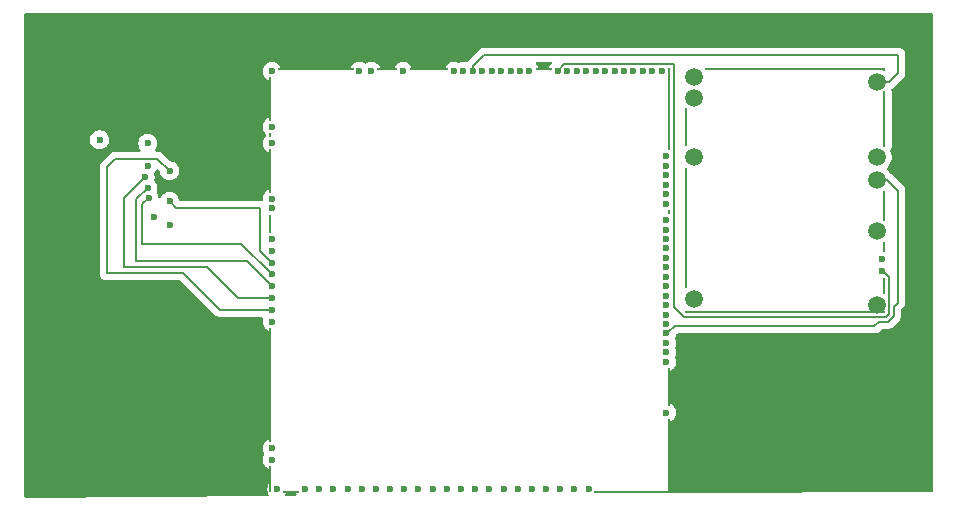
<source format=gbr>
%TF.GenerationSoftware,KiCad,Pcbnew,9.0.6*%
%TF.CreationDate,2025-11-09T20:54:40-05:00*%
%TF.ProjectId,TTEFI,54544546-492e-46b6-9963-61645f706362,rev?*%
%TF.SameCoordinates,Original*%
%TF.FileFunction,Copper,L2,Bot*%
%TF.FilePolarity,Positive*%
%FSLAX46Y46*%
G04 Gerber Fmt 4.6, Leading zero omitted, Abs format (unit mm)*
G04 Created by KiCad (PCBNEW 9.0.6) date 2025-11-09 20:54:40*
%MOMM*%
%LPD*%
G01*
G04 APERTURE LIST*
%TA.AperFunction,ComponentPad*%
%ADD10C,0.600000*%
%TD*%
%TA.AperFunction,SMDPad,CuDef*%
%ADD11R,0.200000X3.700000*%
%TD*%
%TA.AperFunction,SMDPad,CuDef*%
%ADD12R,0.200000X0.400000*%
%TD*%
%TA.AperFunction,SMDPad,CuDef*%
%ADD13R,0.200000X1.600000*%
%TD*%
%TA.AperFunction,SMDPad,CuDef*%
%ADD14R,0.200000X9.700000*%
%TD*%
%TA.AperFunction,SMDPad,CuDef*%
%ADD15R,0.200000X2.300000*%
%TD*%
%TA.AperFunction,SMDPad,CuDef*%
%ADD16R,1.400000X0.200000*%
%TD*%
%TA.AperFunction,SMDPad,CuDef*%
%ADD17R,6.400000X0.200000*%
%TD*%
%TA.AperFunction,SMDPad,CuDef*%
%ADD18R,1.700000X0.200000*%
%TD*%
%TA.AperFunction,SMDPad,CuDef*%
%ADD19R,3.300000X0.200000*%
%TD*%
%TA.AperFunction,SMDPad,CuDef*%
%ADD20R,0.200000X7.000000*%
%TD*%
%TA.AperFunction,SMDPad,CuDef*%
%ADD21R,0.200000X3.300000*%
%TD*%
%TA.AperFunction,SMDPad,CuDef*%
%ADD22R,0.200000X6.300000*%
%TD*%
%TA.AperFunction,ComponentPad*%
%ADD23C,1.500000*%
%TD*%
%TA.AperFunction,SMDPad,CuDef*%
%ADD24O,0.200000X3.300000*%
%TD*%
%TA.AperFunction,SMDPad,CuDef*%
%ADD25O,0.200000X10.200000*%
%TD*%
%TA.AperFunction,SMDPad,CuDef*%
%ADD26O,0.200000X0.300000*%
%TD*%
%TA.AperFunction,SMDPad,CuDef*%
%ADD27O,17.000000X0.200000*%
%TD*%
%TA.AperFunction,SMDPad,CuDef*%
%ADD28O,15.400000X0.200000*%
%TD*%
%TA.AperFunction,SMDPad,CuDef*%
%ADD29O,0.200000X4.800000*%
%TD*%
%TA.AperFunction,SMDPad,CuDef*%
%ADD30O,0.200000X2.600000*%
%TD*%
%TA.AperFunction,SMDPad,CuDef*%
%ADD31O,0.200000X1.000000*%
%TD*%
%TA.AperFunction,SMDPad,CuDef*%
%ADD32O,0.200000X1.500000*%
%TD*%
%TA.AperFunction,ComponentPad*%
%ADD33C,0.599999*%
%TD*%
%TA.AperFunction,ViaPad*%
%ADD34C,0.600000*%
%TD*%
%TA.AperFunction,Conductor*%
%ADD35C,0.200000*%
%TD*%
G04 APERTURE END LIST*
D10*
%TO.P,M2,E1,V5A_SWITCHABLE*%
%TO.N,unconnected-(M2-V5A_SWITCHABLE-PadE1)*%
X142400000Y-118799990D03*
%TO.P,M2,E2,GNDA*%
%TO.N,unconnected-(M2-GNDA-PadE2)*%
X142400010Y-114499990D03*
%TO.P,M2,E3,I2C_SCL_(PB10)*%
%TO.N,unconnected-(M2-I2C_SCL_(PB10)-PadE3)*%
X142400010Y-113700000D03*
%TO.P,M2,E4,I2C_SDA_(PB11)*%
%TO.N,unconnected-(M2-I2C_SDA_(PB11)-PadE4)*%
X142400010Y-112899990D03*
%TO.P,M2,E5,IN_VIGN_(PA5)*%
%TO.N,Net-(M1-VIGN)*%
X142400010Y-112099990D03*
%TO.P,M2,E6,SPI2_CS_/_CAN2_RX_(PB12)*%
%TO.N,unconnected-(M2-SPI2_CS_{slash}_CAN2_RX_(PB12)-PadE6)*%
X142400010Y-111299990D03*
%TO.P,M2,E7,SPI2_SCK_/_CAN2_TX_(PB13)*%
%TO.N,unconnected-(M2-SPI2_SCK_{slash}_CAN2_TX_(PB13)-PadE7)*%
X142400010Y-110499990D03*
%TO.P,M2,E8,SPI2_MISO_(PB14)*%
%TO.N,unconnected-(M2-SPI2_MISO_(PB14)-PadE8)*%
X142400010Y-109699990D03*
%TO.P,M2,E9,SPI2_MOSI_(PB15)*%
%TO.N,unconnected-(M2-SPI2_MOSI_(PB15)-PadE9)*%
X142400010Y-108899990D03*
%TO.P,M2,E10,OUT_INJ8_(PD12)*%
%TO.N,unconnected-(M2-OUT_INJ8_(PD12)-PadE10)*%
X142400010Y-108099990D03*
%TO.P,M2,E11,OUT_INJ7_(PD15)*%
%TO.N,unconnected-(M2-OUT_INJ7_(PD15)-PadE11)*%
X142400010Y-107299990D03*
%TO.P,M2,E12,OUT_INJ6_(PA8)*%
%TO.N,unconnected-(M2-OUT_INJ6_(PA8)-PadE12)*%
X142400010Y-106499990D03*
%TO.P,M2,E13,OUT_INJ5_(PD2)*%
%TO.N,unconnected-(M2-OUT_INJ5_(PD2)-PadE13)*%
X142400010Y-105699990D03*
%TO.P,M2,E14,OUT_INJ4_(PD10)*%
%TO.N,unconnected-(M2-OUT_INJ4_(PD10)-PadE14)*%
X142400010Y-104899990D03*
%TO.P,M2,E15,OUT_INJ3_(PD11)*%
%TO.N,unconnected-(M2-OUT_INJ3_(PD11)-PadE15)*%
X142400010Y-104099990D03*
%TO.P,M2,E16,OUT_INJ2_(PA9)*%
%TO.N,unconnected-(M2-OUT_INJ2_(PA9)-PadE16)*%
X142400000Y-103300000D03*
%TO.P,M2,E17,OUT_INJ1_(PD3)*%
%TO.N,unconnected-(M2-OUT_INJ1_(PD3)-PadE17)*%
X142400010Y-102499990D03*
%TO.P,M2,E18,OUT_PWM1_(PD13)*%
%TO.N,unconnected-(M2-OUT_PWM1_(PD13)-PadE18)*%
X142400010Y-101099990D03*
%TO.P,M2,E19,OUT_PWM2_(PC6)*%
%TO.N,unconnected-(M2-OUT_PWM2_(PC6)-PadE19)*%
X142400010Y-100300000D03*
%TO.P,M2,E20,OUT_PWM3_(PC7)*%
%TO.N,unconnected-(M2-OUT_PWM3_(PC7)-PadE20)*%
X142400010Y-99500000D03*
%TO.P,M2,E21,OUT_PWM4_(PC8)*%
%TO.N,unconnected-(M2-OUT_PWM4_(PC8)-PadE21)*%
X142400010Y-98700000D03*
%TO.P,M2,E22,OUT_PWM5_(PC9)*%
%TO.N,unconnected-(M2-OUT_PWM5_(PC9)-PadE22)*%
X142400010Y-97900000D03*
%TO.P,M2,E23,OUT_PWM6_(PD14)*%
%TO.N,unconnected-(M2-OUT_PWM6_(PD14)-PadE23)*%
X142400010Y-97099990D03*
D11*
%TO.P,M2,G,GND*%
%TO.N,GND*%
X108800000Y-92250000D03*
D12*
X108800000Y-95299990D03*
D11*
X108800000Y-98350000D03*
D13*
X108800000Y-102799990D03*
D14*
X108800000Y-116449990D03*
D15*
X108800000Y-124449990D03*
D16*
X110600010Y-125500000D03*
D17*
X112700000Y-89700000D03*
D18*
X118750000Y-89700000D03*
D19*
X122250000Y-89700000D03*
D16*
X132000000Y-89700000D03*
D17*
X139500000Y-125500000D03*
D20*
X142600010Y-93099980D03*
D12*
X142600010Y-101800000D03*
D21*
X142600010Y-116650000D03*
D22*
X142600010Y-122450000D03*
D10*
%TO.P,M2,N1,VBUS*%
%TO.N,unconnected-(M2-VBUS-PadN1)*%
X142000010Y-89899990D03*
%TO.P,M2,N2,USBM_(PA11)*%
%TO.N,unconnected-(M2-USBM_(PA11)-PadN2)*%
X141200010Y-89899990D03*
%TO.P,M2,N3,USBP_(PA12)*%
%TO.N,unconnected-(M2-USBP_(PA12)-PadN3)*%
X140400010Y-89899990D03*
%TO.P,M2,N4,USBID_(PA10)*%
%TO.N,unconnected-(M2-USBID_(PA10)-PadN4)*%
X139600000Y-89899990D03*
%TO.P,M2,N5,SWDIO_(PA13)*%
%TO.N,unconnected-(M2-SWDIO_(PA13)-PadN5)*%
X138800010Y-89899990D03*
%TO.P,M2,N6,SWCLK_(PA14)*%
%TO.N,unconnected-(M2-SWCLK_(PA14)-PadN6)*%
X138000010Y-89899990D03*
%TO.P,M2,N7,nReset*%
%TO.N,unconnected-(M2-nReset-PadN7)*%
X137200010Y-89899990D03*
%TO.P,M2,N8,SWO_(PB3)*%
%TO.N,unconnected-(M2-SWO_(PB3)-PadN8)*%
X136400000Y-89899990D03*
%TO.P,M2,N9,SPI3_CS_(PA15)*%
%TO.N,unconnected-(M2-SPI3_CS_(PA15)-PadN9)*%
X135600010Y-89900000D03*
%TO.P,M2,N10,SPI3_SCK_(PC10)*%
%TO.N,unconnected-(M2-SPI3_SCK_(PC10)-PadN10)*%
X134800010Y-89900000D03*
%TO.P,M2,N11,SPI3_MISO_(PC11)*%
%TO.N,unconnected-(M2-SPI3_MISO_(PC11)-PadN11)*%
X134000010Y-89900000D03*
%TO.P,M2,N12,SPI3_MOSI_(PC12)*%
%TO.N,Net-(M1-PG_5VP)*%
X133200010Y-89900000D03*
%TO.P,M2,N13,UART2_TX_(PD5)*%
%TO.N,unconnected-(M2-UART2_TX_(PD5)-PadN13)*%
X130800000Y-89900000D03*
%TO.P,M2,N14,UART2_RX_(PD6)*%
%TO.N,unconnected-(M2-UART2_RX_(PD6)-PadN14)*%
X130000000Y-89900000D03*
%TO.P,M2,N14a,LED_GREEN*%
%TO.N,unconnected-(M2-LED_GREEN-PadN14a)*%
X129200010Y-89899990D03*
%TO.P,M2,N14b,LED_YELLOW*%
%TO.N,unconnected-(M2-LED_YELLOW-PadN14b)*%
X128400000Y-89899990D03*
%TO.P,M2,N15,V33_SWITCHABLE*%
%TO.N,unconnected-(M2-V33_SWITCHABLE-PadN15)*%
X127600000Y-89899990D03*
%TO.P,M2,N16,BOOT0*%
%TO.N,unconnected-(M2-BOOT0-PadN16)*%
X126800000Y-89899990D03*
%TO.P,M2,N17,VBAT*%
%TO.N,Net-(M1-VBAT)*%
X126000000Y-89899990D03*
%TO.P,M2,N18,UART8_RX_(PE0)*%
%TO.N,unconnected-(M2-UART8_RX_(PE0)-PadN18)*%
X125200000Y-89900000D03*
%TO.P,M2,N19,UART8_TX_(PE1)*%
%TO.N,unconnected-(M2-UART8_TX_(PE1)-PadN19)*%
X124400000Y-89900000D03*
%TO.P,M2,N20,OUT_PWR_EN_(PE10)*%
%TO.N,Net-(M1-EN_5VP)*%
X120100000Y-89900000D03*
%TO.P,M2,N21,V33*%
%TO.N,Net-(M3-V33)*%
X117400000Y-89900000D03*
%TO.P,M2,N22,VCC*%
%TO.N,+5V*%
X116400010Y-89900000D03*
%TO.P,M2,N23,V33*%
%TO.N,unconnected-(M2-V33-PadN23)*%
X109000000Y-89900000D03*
%TO.P,M2,S1,IN_D4_(PE15)*%
%TO.N,unconnected-(M2-IN_D4_(PE15)-PadS1)*%
X135800020Y-125300000D03*
%TO.P,M2,S2,IN_D3_(PE14)*%
%TO.N,unconnected-(M2-IN_D3_(PE14)-PadS2)*%
X134600010Y-125300000D03*
%TO.P,M2,S3,IN_D2_(PE13)*%
%TO.N,unconnected-(M2-IN_D2_(PE13)-PadS3)*%
X133400010Y-125300000D03*
%TO.P,M2,S4,IN_D1_(PE12)*%
%TO.N,unconnected-(M2-IN_D1_(PE12)-PadS4)*%
X132200010Y-125300000D03*
%TO.P,M2,S5,VREF2*%
%TO.N,unconnected-(M2-VREF2-PadS5)*%
X131000010Y-125300000D03*
%TO.P,M2,S6,IN_AUX4_(PC5)*%
%TO.N,unconnected-(M2-IN_AUX4_(PC5)-PadS6)*%
X129800010Y-125300000D03*
%TO.P,M2,S7,IN_AUX3_(PA7)*%
%TO.N,unconnected-(M2-IN_AUX3_(PA7)-PadS7)*%
X128600010Y-125300000D03*
%TO.P,M2,S8,IN_AUX2_(PC4/PE9)*%
%TO.N,unconnected-(M2-IN_AUX2_(PC4{slash}PE9)-PadS8)*%
X127400010Y-125300000D03*
%TO.P,M2,S9,IN_AUX1_(PB0)*%
%TO.N,unconnected-(M2-IN_AUX1_(PB0)-PadS9)*%
X126200010Y-125300000D03*
%TO.P,M2,S10,IN_O2S2_(PA1)*%
%TO.N,unconnected-(M2-IN_O2S2_(PA1)-PadS10)*%
X125000010Y-125300000D03*
%TO.P,M2,S11,IN_O2S_/_CAN_WAKEUP_(PA0)*%
%TO.N,unconnected-(M2-IN_O2S_{slash}_CAN_WAKEUP_(PA0)-PadS11)*%
X123800010Y-125300000D03*
%TO.P,M2,S12,IN_MAP2_(PC1)*%
%TO.N,unconnected-(M2-IN_MAP2_(PC1)-PadS12)*%
X122600010Y-125300000D03*
%TO.P,M2,S13,IN_MAP1_(PC0)*%
%TO.N,unconnected-(M2-IN_MAP1_(PC0)-PadS13)*%
X121400010Y-125300000D03*
%TO.P,M2,S14,IN_CRANK_(PB1)*%
%TO.N,unconnected-(M2-IN_CRANK_(PB1)-PadS14)*%
X120200010Y-125300000D03*
%TO.P,M2,S15,IN_KNOCK_(PA2)*%
%TO.N,unconnected-(M2-IN_KNOCK_(PA2)-PadS15)*%
X119000010Y-125300000D03*
%TO.P,M2,S16,IN_CAM_(PA6)*%
%TO.N,unconnected-(M2-IN_CAM_(PA6)-PadS16)*%
X117800010Y-125300000D03*
%TO.P,M2,S17,IN_VSS_(PE11)*%
%TO.N,unconnected-(M2-IN_VSS_(PE11)-PadS17)*%
X116600010Y-125300000D03*
%TO.P,M2,S18,IN_TPS_(PA4)*%
%TO.N,unconnected-(M2-IN_TPS_(PA4)-PadS18)*%
X115400000Y-125300000D03*
%TO.P,M2,S19,IN_PPS_(PA3)*%
%TO.N,unconnected-(M2-IN_PPS_(PA3)-PadS19)*%
X114200000Y-125300000D03*
%TO.P,M2,S20,IN_IAT_(PC3)*%
%TO.N,unconnected-(M2-IN_IAT_(PC3)-PadS20)*%
X113000000Y-125300000D03*
%TO.P,M2,S21,IN_CLT_(PC2)*%
%TO.N,unconnected-(M2-IN_CLT_(PC2)-PadS21)*%
X111800000Y-125300000D03*
%TO.P,M2,S22,VREF1*%
%TO.N,unconnected-(M2-VREF1-PadS22)*%
X109400000Y-125300000D03*
%TO.P,M2,W1,GNDA*%
%TO.N,GNDA*%
X109000000Y-122799990D03*
%TO.P,M2,W2,V5A_SWITCHABLE*%
%TO.N,unconnected-(M2-V5A_SWITCHABLE-PadW2)*%
X109000000Y-121799990D03*
%TO.P,M2,W3,IGN8_(PE6)*%
%TO.N,Net-(M2-IGN8_(PE6))*%
X109000000Y-111100000D03*
%TO.P,M2,W4,IGN7_(PB9)*%
%TO.N,Net-(M2-IGN7_(PB9))*%
X109000000Y-110099990D03*
%TO.P,M2,W5,IGN6_(PB8)*%
%TO.N,Net-(M2-IGN6_(PB8))*%
X109000000Y-109100000D03*
%TO.P,M2,W6,IGN5_(PE2)*%
%TO.N,Net-(M2-IGN5_(PE2))*%
X109000000Y-108100000D03*
%TO.P,M2,W7,IGN4_(PE3)*%
%TO.N,Net-(M2-IGN4_(PE3))*%
X109000000Y-107100000D03*
%TO.P,M2,W8,IGN3_(PE4)*%
%TO.N,Net-(M2-IGN3_(PE4))*%
X109000000Y-106100000D03*
%TO.P,M2,W9,IGN2_(PE5)*%
%TO.N,Net-(M2-IGN2_(PE5))*%
X109000000Y-105100000D03*
%TO.P,M2,W10,IGN1_(PC13)*%
%TO.N,Net-(M2-IGN1_(PC13))*%
X109000000Y-104100000D03*
%TO.P,M2,W11,CANH*%
%TO.N,unconnected-(M2-CANH-PadW11)*%
X109000000Y-101500000D03*
%TO.P,M2,W12,CANL*%
%TO.N,unconnected-(M2-CANL-PadW12)*%
X109000000Y-100700000D03*
%TO.P,M2,W13,V33_REF*%
%TO.N,unconnected-(M2-V33_REF-PadW13)*%
X109000000Y-95999990D03*
%TO.P,M2,W14,V5A_SWITCHABLE*%
%TO.N,unconnected-(M2-V5A_SWITCHABLE-PadW14)*%
X109000000Y-94600000D03*
%TD*%
D23*
%TO.P,M1,E1,VBAT*%
%TO.N,Net-(M1-VBAT)*%
X160199996Y-90799982D03*
%TO.P,M1,E2,V12*%
%TO.N,unconnected-(M1-V12-PadE2)*%
X160199996Y-97199979D03*
%TO.P,M1,E3,VIGN*%
%TO.N,Net-(M1-VIGN)*%
X160199996Y-99099982D03*
%TO.P,M1,E4,V5*%
%TO.N,+5V*%
X160199996Y-103399982D03*
D10*
%TO.P,M1,E5,EN_5VP*%
%TO.N,Net-(M1-EN_5VP)*%
X160649995Y-105799979D03*
%TO.P,M1,E6,PG_5VP*%
%TO.N,Net-(M1-PG_5VP)*%
X160649995Y-106799980D03*
D24*
%TO.P,M1,S1,GND*%
%TO.N,unconnected-(M1-GND-PadS1)*%
X144050000Y-94649982D03*
D25*
X144050000Y-103149980D03*
D26*
X144050000Y-110249982D03*
D27*
X152449998Y-110299982D03*
D28*
X153249999Y-89699982D03*
D23*
X160199996Y-109649982D03*
D26*
X160849997Y-89749982D03*
D29*
X160849997Y-93949980D03*
D30*
X160849997Y-101299982D03*
D31*
X160849997Y-104799979D03*
D32*
X160849997Y-108099980D03*
D23*
%TO.P,M1,V1,V12_PERM*%
%TO.N,+12V*%
X144699999Y-90349980D03*
%TO.P,M1,V2,IN_VIGN*%
%TO.N,unconnected-(M1-IN_VIGN-PadV2)*%
X144699999Y-92199979D03*
%TO.P,M1,V3,V12_RAW*%
%TO.N,+12V*%
X144699999Y-97149982D03*
%TO.P,M1,V4,5VP*%
%TO.N,+5VP*%
X144699999Y-109199980D03*
%TD*%
D33*
%TO.P,M3,V1,IGN8*%
%TO.N,Net-(M2-IGN8_(PE6))*%
X98490052Y-97900393D03*
%TO.P,M3,V2,IGN7*%
%TO.N,Net-(M2-IGN7_(PB9))*%
X100325062Y-98325401D03*
%TO.P,M3,V3,IGN6*%
%TO.N,Net-(M2-IGN6_(PB8))*%
X98275054Y-98875398D03*
%TO.P,M3,V4,IGN5*%
%TO.N,Net-(M2-IGN5_(PE2))*%
X98490049Y-99750357D03*
%TO.P,M3,V5,IGN4*%
%TO.N,Net-(M2-IGN4_(PE3))*%
X98565056Y-100600380D03*
%TO.P,M3,V6,IGN3*%
%TO.N,Net-(M2-IGN3_(PE4))*%
X100325062Y-100925396D03*
%TO.P,M3,V7,IGN2*%
%TO.N,Net-(M2-IGN2_(PE5))*%
X99015062Y-102225363D03*
%TO.P,M3,V8,IGN1*%
%TO.N,Net-(M2-IGN1_(PC13))*%
X100325062Y-102875380D03*
%TO.P,M3,V9,VCC*%
%TO.N,+5V*%
X94400047Y-95700377D03*
%TO.P,M3,V10,V33*%
%TO.N,Net-(M3-V33)*%
X98475053Y-96000379D03*
%TD*%
D34*
%TO.N,GND*%
X113500000Y-89000000D03*
X106500000Y-95500000D03*
X107500000Y-98500000D03*
X108000000Y-93500000D03*
X105000000Y-92500000D03*
X107000000Y-90500000D03*
X108000000Y-88000000D03*
X118500000Y-88500000D03*
X89500000Y-86500000D03*
X98000000Y-86500000D03*
X101500000Y-86500000D03*
X105000000Y-86500000D03*
%TD*%
D35*
%TO.N,Net-(M1-VIGN)*%
X142599010Y-111900990D02*
X142400010Y-112099990D01*
X142648953Y-111900990D02*
X142599010Y-111900990D01*
X143001010Y-111548933D02*
X142648953Y-111900990D01*
X143001010Y-111500000D02*
X143001010Y-111548933D01*
X160000000Y-111500000D02*
X143001010Y-111500000D01*
X161182198Y-111101982D02*
X160398018Y-111101982D01*
X160398018Y-111101982D02*
X160000000Y-111500000D01*
X162000000Y-100000000D02*
X162000000Y-109500000D01*
X161651998Y-109848002D02*
X161651998Y-110632182D01*
X161651998Y-110632182D02*
X161182198Y-111101982D01*
X161099982Y-99099982D02*
X162000000Y-100000000D01*
X160199996Y-99099982D02*
X161099982Y-99099982D01*
X162000000Y-109500000D02*
X161651998Y-109848002D01*
%TO.N,Net-(M2-IGN7_(PB9))*%
X101500000Y-107000000D02*
X104599990Y-110099990D01*
X95000000Y-107000000D02*
X101500000Y-107000000D01*
X95700606Y-97299394D02*
X95000000Y-98000000D01*
X100325062Y-98325062D02*
X99299394Y-97299394D01*
X99299394Y-97299394D02*
X95700606Y-97299394D01*
X104599990Y-110099990D02*
X109000000Y-110099990D01*
X100325062Y-98325401D02*
X100325062Y-98325062D01*
X95000000Y-98000000D02*
X95000000Y-107000000D01*
%TO.N,Net-(M2-IGN6_(PB8))*%
X106100000Y-109100000D02*
X109000000Y-109100000D01*
X103500000Y-106500000D02*
X106100000Y-109100000D01*
X96500000Y-106500000D02*
X103500000Y-106500000D01*
X96500000Y-100650452D02*
X96500000Y-106500000D01*
X98275054Y-98875398D02*
X96500000Y-100650452D01*
%TO.N,Net-(M2-IGN5_(PE2))*%
X106900000Y-106000000D02*
X109000000Y-108100000D01*
X97500000Y-106000000D02*
X106900000Y-106000000D01*
X97500000Y-100740406D02*
X97500000Y-106000000D01*
X98490049Y-99750357D02*
X97500000Y-100740406D01*
%TO.N,Net-(M2-IGN4_(PE3))*%
X106400000Y-104500000D02*
X109000000Y-107100000D01*
X98000000Y-104500000D02*
X106400000Y-104500000D01*
X98000000Y-101165436D02*
X98000000Y-104500000D01*
X98565056Y-100600380D02*
X98000000Y-101165436D01*
%TO.N,Net-(M2-IGN3_(PE4))*%
X108000000Y-105100000D02*
X109000000Y-106100000D01*
X100899666Y-101500000D02*
X108000000Y-101500000D01*
X100325062Y-100925396D02*
X100899666Y-101500000D01*
X108000000Y-101500000D02*
X108000000Y-105100000D01*
%TO.N,Net-(M1-VBAT)*%
X161260656Y-90799982D02*
X160199996Y-90799982D01*
X126975726Y-88500000D02*
X162000000Y-88500000D01*
X126000000Y-89475726D02*
X126975726Y-88500000D01*
X162000000Y-88500000D02*
X162000000Y-90060638D01*
X126000000Y-89899990D02*
X126000000Y-89475726D01*
X162000000Y-90060638D02*
X161260656Y-90799982D01*
%TO.N,Net-(M1-PG_5VP)*%
X133200010Y-89850057D02*
X133200010Y-89900000D01*
X133751087Y-89298980D02*
X133200010Y-89850057D01*
X143001010Y-89298980D02*
X133751087Y-89298980D01*
X143001010Y-109818094D02*
X143001010Y-89298980D01*
X143883898Y-110700982D02*
X143001010Y-109818094D01*
X161016098Y-110700982D02*
X143883898Y-110700982D01*
X161250998Y-110466082D02*
X161016098Y-110700982D01*
X161250998Y-107283881D02*
X161250998Y-110466082D01*
X160767097Y-106799980D02*
X161250998Y-107283881D01*
X160649995Y-106799980D02*
X160767097Y-106799980D01*
%TD*%
%TA.AperFunction,Conductor*%
%TO.N,GND*%
G36*
X164942539Y-85020185D02*
G01*
X164988294Y-85072989D01*
X164999500Y-85124500D01*
X164999500Y-125376795D01*
X164979815Y-125443834D01*
X164927011Y-125489589D01*
X164876305Y-125500792D01*
X142724805Y-125644636D01*
X142657639Y-125625388D01*
X142611543Y-125572882D01*
X142600000Y-125520639D01*
X142600000Y-119666456D01*
X142619685Y-119599417D01*
X142672489Y-119553662D01*
X142676548Y-119551895D01*
X142779172Y-119509387D01*
X142779172Y-119509386D01*
X142779179Y-119509384D01*
X142910289Y-119421779D01*
X143021789Y-119310279D01*
X143109394Y-119179169D01*
X143169737Y-119033487D01*
X143200500Y-118878832D01*
X143200500Y-118721148D01*
X143200500Y-118721145D01*
X143200499Y-118721143D01*
X143169738Y-118566500D01*
X143169737Y-118566493D01*
X143169735Y-118566488D01*
X143109397Y-118420817D01*
X143109390Y-118420804D01*
X143021789Y-118289701D01*
X143021786Y-118289697D01*
X142910292Y-118178203D01*
X142910288Y-118178200D01*
X142779185Y-118090599D01*
X142779175Y-118090594D01*
X142676547Y-118048084D01*
X142622144Y-118004243D01*
X142600079Y-117937949D01*
X142600000Y-117933523D01*
X142600000Y-115366460D01*
X142619685Y-115299421D01*
X142672489Y-115253666D01*
X142676548Y-115251899D01*
X142779182Y-115209387D01*
X142779182Y-115209386D01*
X142779189Y-115209384D01*
X142910299Y-115121779D01*
X143021799Y-115010279D01*
X143109404Y-114879169D01*
X143169747Y-114733487D01*
X143200510Y-114578832D01*
X143200510Y-114421148D01*
X143200510Y-114421145D01*
X143200509Y-114421143D01*
X143169748Y-114266500D01*
X143169747Y-114266493D01*
X143120436Y-114147446D01*
X143112968Y-114077978D01*
X143120437Y-114052542D01*
X143169747Y-113933497D01*
X143200510Y-113778842D01*
X143200510Y-113621158D01*
X143200510Y-113621155D01*
X143200509Y-113621153D01*
X143169748Y-113466510D01*
X143169747Y-113466503D01*
X143120433Y-113347447D01*
X143112964Y-113277978D01*
X143120433Y-113252543D01*
X143169745Y-113133491D01*
X143169747Y-113133487D01*
X143200510Y-112978832D01*
X143200510Y-112821148D01*
X143200510Y-112821145D01*
X143200509Y-112821143D01*
X143169748Y-112666500D01*
X143169747Y-112666493D01*
X143169745Y-112666488D01*
X143120435Y-112547441D01*
X143117695Y-112521958D01*
X143111027Y-112497208D01*
X143113679Y-112484611D01*
X143112966Y-112477972D01*
X143116832Y-112462395D01*
X143118421Y-112457397D01*
X143169747Y-112333487D01*
X143189600Y-112233674D01*
X143191698Y-112227082D01*
X143207518Y-112203636D01*
X143220628Y-112178575D01*
X143222095Y-112177081D01*
X143262361Y-112136816D01*
X143323685Y-112103333D01*
X143350040Y-112100500D01*
X159913331Y-112100500D01*
X159913347Y-112100501D01*
X159920943Y-112100501D01*
X160079054Y-112100501D01*
X160079057Y-112100501D01*
X160231785Y-112059577D01*
X160283961Y-112029453D01*
X160368716Y-111980520D01*
X160480520Y-111868716D01*
X160480520Y-111868714D01*
X160490721Y-111858514D01*
X160490725Y-111858508D01*
X160610435Y-111738800D01*
X160671759Y-111705316D01*
X160698116Y-111702482D01*
X161095529Y-111702482D01*
X161095545Y-111702483D01*
X161103141Y-111702483D01*
X161261252Y-111702483D01*
X161261255Y-111702483D01*
X161413983Y-111661559D01*
X161472126Y-111627990D01*
X161550914Y-111582502D01*
X161662718Y-111470698D01*
X161662719Y-111470696D01*
X162132518Y-111000898D01*
X162211575Y-110863966D01*
X162252499Y-110711239D01*
X162252499Y-110553124D01*
X162252499Y-110545529D01*
X162252498Y-110545511D01*
X162252498Y-110148099D01*
X162261141Y-110118662D01*
X162267665Y-110088673D01*
X162271420Y-110083655D01*
X162272183Y-110081060D01*
X162288813Y-110060421D01*
X162358505Y-109990728D01*
X162358510Y-109990725D01*
X162368714Y-109980520D01*
X162368716Y-109980520D01*
X162480520Y-109868716D01*
X162540943Y-109764059D01*
X162559577Y-109731785D01*
X162600500Y-109579057D01*
X162600500Y-109420943D01*
X162600500Y-100089060D01*
X162600501Y-100089047D01*
X162600501Y-99920944D01*
X162577079Y-99833533D01*
X162559577Y-99768216D01*
X162559573Y-99768209D01*
X162480524Y-99631290D01*
X162480518Y-99631282D01*
X161587572Y-98738337D01*
X161587570Y-98738334D01*
X161468699Y-98619463D01*
X161468691Y-98619457D01*
X161378305Y-98567273D01*
X161378301Y-98567271D01*
X161378300Y-98567271D01*
X161344560Y-98547791D01*
X161296346Y-98497224D01*
X161296077Y-98496699D01*
X161295833Y-98496220D01*
X161269520Y-98444577D01*
X161269518Y-98444574D01*
X161269517Y-98444572D01*
X161235931Y-98398346D01*
X161153824Y-98285336D01*
X161106149Y-98237661D01*
X161072664Y-98176338D01*
X161077648Y-98106646D01*
X161106147Y-98062301D01*
X161153824Y-98014625D01*
X161269520Y-97855384D01*
X161358880Y-97680004D01*
X161419705Y-97492805D01*
X161420005Y-97490912D01*
X161450496Y-97298401D01*
X161450496Y-97101556D01*
X161419705Y-96907152D01*
X161374736Y-96768753D01*
X161358880Y-96719954D01*
X161348741Y-96700055D01*
X161335845Y-96631391D01*
X161351837Y-96581767D01*
X161409574Y-96481764D01*
X161450497Y-96329037D01*
X161450497Y-91570923D01*
X161431695Y-91500752D01*
X161432357Y-91472912D01*
X161429711Y-91445195D01*
X161433177Y-91438469D01*
X161433358Y-91430904D01*
X161448966Y-91407842D01*
X161461726Y-91383092D01*
X161470262Y-91376378D01*
X161472521Y-91373042D01*
X161489469Y-91361274D01*
X161492438Y-91359559D01*
X161492441Y-91359559D01*
X161572482Y-91313347D01*
X161572484Y-91313345D01*
X161572487Y-91313345D01*
X161629365Y-91280506D01*
X161629364Y-91280506D01*
X161629372Y-91280502D01*
X161741176Y-91168698D01*
X161741176Y-91168696D01*
X161751380Y-91158493D01*
X161751384Y-91158488D01*
X162358506Y-90551366D01*
X162358511Y-90551362D01*
X162368714Y-90541158D01*
X162368716Y-90541158D01*
X162480520Y-90429354D01*
X162554924Y-90300482D01*
X162559577Y-90292423D01*
X162600500Y-90139696D01*
X162600500Y-89981581D01*
X162600500Y-88420943D01*
X162559577Y-88268216D01*
X162559573Y-88268209D01*
X162480524Y-88131290D01*
X162480518Y-88131282D01*
X162368717Y-88019481D01*
X162368709Y-88019475D01*
X162231790Y-87940426D01*
X162231786Y-87940424D01*
X162231784Y-87940423D01*
X162079057Y-87899500D01*
X162079056Y-87899500D01*
X127062395Y-87899500D01*
X127062379Y-87899499D01*
X127054783Y-87899499D01*
X126896669Y-87899499D01*
X126789313Y-87928265D01*
X126743936Y-87940424D01*
X126743935Y-87940425D01*
X126693822Y-87969359D01*
X126693821Y-87969360D01*
X126650415Y-87994420D01*
X126607011Y-88019479D01*
X126607008Y-88019481D01*
X125631286Y-88995203D01*
X125631286Y-88995204D01*
X125631284Y-88995206D01*
X125532686Y-89093804D01*
X125471362Y-89127288D01*
X125420814Y-89127739D01*
X125278846Y-89099500D01*
X125278842Y-89099500D01*
X125121158Y-89099500D01*
X125121155Y-89099500D01*
X124966510Y-89130261D01*
X124966498Y-89130264D01*
X124847452Y-89179574D01*
X124777982Y-89187043D01*
X124752548Y-89179574D01*
X124633501Y-89130264D01*
X124633489Y-89130261D01*
X124478845Y-89099500D01*
X124478842Y-89099500D01*
X124321158Y-89099500D01*
X124321155Y-89099500D01*
X124166510Y-89130261D01*
X124166498Y-89130264D01*
X124020827Y-89190602D01*
X124020814Y-89190609D01*
X123889711Y-89278210D01*
X123889707Y-89278213D01*
X123778213Y-89389707D01*
X123778210Y-89389711D01*
X123690609Y-89520814D01*
X123690602Y-89520827D01*
X123648099Y-89623442D01*
X123604259Y-89677846D01*
X123537964Y-89699911D01*
X123533538Y-89699990D01*
X120966462Y-89699990D01*
X120899423Y-89680305D01*
X120853668Y-89627501D01*
X120851901Y-89623442D01*
X120809397Y-89520827D01*
X120809390Y-89520814D01*
X120721789Y-89389711D01*
X120721786Y-89389707D01*
X120610292Y-89278213D01*
X120610288Y-89278210D01*
X120479185Y-89190609D01*
X120479172Y-89190602D01*
X120333501Y-89130264D01*
X120333489Y-89130261D01*
X120178845Y-89099500D01*
X120178842Y-89099500D01*
X120021158Y-89099500D01*
X120021155Y-89099500D01*
X119866510Y-89130261D01*
X119866498Y-89130264D01*
X119720827Y-89190602D01*
X119720814Y-89190609D01*
X119589711Y-89278210D01*
X119589707Y-89278213D01*
X119478213Y-89389707D01*
X119478210Y-89389711D01*
X119390609Y-89520814D01*
X119390602Y-89520827D01*
X119348099Y-89623442D01*
X119304259Y-89677846D01*
X119237964Y-89699911D01*
X119233538Y-89699990D01*
X118266462Y-89699990D01*
X118199423Y-89680305D01*
X118153668Y-89627501D01*
X118151901Y-89623442D01*
X118109397Y-89520827D01*
X118109390Y-89520814D01*
X118021789Y-89389711D01*
X118021786Y-89389707D01*
X117910292Y-89278213D01*
X117910288Y-89278210D01*
X117779185Y-89190609D01*
X117779172Y-89190602D01*
X117633501Y-89130264D01*
X117633489Y-89130261D01*
X117478845Y-89099500D01*
X117478842Y-89099500D01*
X117321158Y-89099500D01*
X117321155Y-89099500D01*
X117166510Y-89130261D01*
X117166498Y-89130264D01*
X117020828Y-89190602D01*
X117020810Y-89190612D01*
X116968895Y-89225301D01*
X116902218Y-89246179D01*
X116834838Y-89227694D01*
X116831115Y-89225301D01*
X116779199Y-89190612D01*
X116779192Y-89190608D01*
X116779189Y-89190606D01*
X116779185Y-89190604D01*
X116779181Y-89190602D01*
X116633511Y-89130264D01*
X116633499Y-89130261D01*
X116478855Y-89099500D01*
X116478852Y-89099500D01*
X116321168Y-89099500D01*
X116321165Y-89099500D01*
X116166520Y-89130261D01*
X116166508Y-89130264D01*
X116020837Y-89190602D01*
X116020824Y-89190609D01*
X115889721Y-89278210D01*
X115889717Y-89278213D01*
X115778223Y-89389707D01*
X115778220Y-89389711D01*
X115690619Y-89520814D01*
X115690612Y-89520827D01*
X115648109Y-89623442D01*
X115604269Y-89677846D01*
X115537974Y-89699911D01*
X115533548Y-89699990D01*
X109866462Y-89699990D01*
X109799423Y-89680305D01*
X109753668Y-89627501D01*
X109751901Y-89623442D01*
X109709397Y-89520827D01*
X109709390Y-89520814D01*
X109621789Y-89389711D01*
X109621786Y-89389707D01*
X109510292Y-89278213D01*
X109510288Y-89278210D01*
X109379185Y-89190609D01*
X109379172Y-89190602D01*
X109233501Y-89130264D01*
X109233489Y-89130261D01*
X109078845Y-89099500D01*
X109078842Y-89099500D01*
X108921158Y-89099500D01*
X108921155Y-89099500D01*
X108766510Y-89130261D01*
X108766498Y-89130264D01*
X108620827Y-89190602D01*
X108620814Y-89190609D01*
X108489711Y-89278210D01*
X108489707Y-89278213D01*
X108378213Y-89389707D01*
X108378210Y-89389711D01*
X108290609Y-89520814D01*
X108290602Y-89520827D01*
X108230264Y-89666498D01*
X108230261Y-89666510D01*
X108199500Y-89821153D01*
X108199500Y-89978846D01*
X108230261Y-90133489D01*
X108230264Y-90133501D01*
X108290602Y-90279172D01*
X108290609Y-90279185D01*
X108378210Y-90410288D01*
X108378213Y-90410292D01*
X108489707Y-90521786D01*
X108489711Y-90521789D01*
X108620814Y-90609390D01*
X108620827Y-90609397D01*
X108723452Y-90651905D01*
X108777856Y-90695745D01*
X108799921Y-90762039D01*
X108800000Y-90766466D01*
X108800000Y-93733533D01*
X108780315Y-93800572D01*
X108727511Y-93846327D01*
X108723453Y-93848094D01*
X108620824Y-93890604D01*
X108620814Y-93890609D01*
X108489711Y-93978210D01*
X108489707Y-93978213D01*
X108378213Y-94089707D01*
X108378210Y-94089711D01*
X108290609Y-94220814D01*
X108290602Y-94220827D01*
X108230264Y-94366498D01*
X108230261Y-94366510D01*
X108199500Y-94521153D01*
X108199500Y-94678846D01*
X108230261Y-94833489D01*
X108230264Y-94833501D01*
X108290602Y-94979172D01*
X108290609Y-94979185D01*
X108378210Y-95110288D01*
X108378213Y-95110292D01*
X108480235Y-95212314D01*
X108513720Y-95273637D01*
X108508736Y-95343329D01*
X108480235Y-95387676D01*
X108378213Y-95489697D01*
X108378210Y-95489701D01*
X108290609Y-95620804D01*
X108290602Y-95620817D01*
X108230264Y-95766488D01*
X108230261Y-95766500D01*
X108199500Y-95921143D01*
X108199500Y-96078836D01*
X108230261Y-96233479D01*
X108230264Y-96233491D01*
X108290602Y-96379162D01*
X108290609Y-96379175D01*
X108378210Y-96510278D01*
X108378213Y-96510282D01*
X108489707Y-96621776D01*
X108489711Y-96621779D01*
X108620814Y-96709380D01*
X108620827Y-96709387D01*
X108723452Y-96751895D01*
X108777856Y-96795735D01*
X108799921Y-96862029D01*
X108800000Y-96866456D01*
X108800000Y-99833533D01*
X108780315Y-99900572D01*
X108727511Y-99946327D01*
X108723453Y-99948094D01*
X108620824Y-99990604D01*
X108620814Y-99990609D01*
X108489711Y-100078210D01*
X108489707Y-100078213D01*
X108378213Y-100189707D01*
X108378210Y-100189711D01*
X108290609Y-100320814D01*
X108290602Y-100320827D01*
X108230264Y-100466498D01*
X108230261Y-100466510D01*
X108199500Y-100621153D01*
X108199500Y-100775500D01*
X108179815Y-100842539D01*
X108127011Y-100888294D01*
X108075500Y-100899500D01*
X101237857Y-100899500D01*
X101170818Y-100879815D01*
X101125063Y-100827011D01*
X101116240Y-100799692D01*
X101094799Y-100691904D01*
X101094798Y-100691903D01*
X101094798Y-100691899D01*
X101070525Y-100633298D01*
X101034458Y-100546224D01*
X101034451Y-100546211D01*
X100946850Y-100415108D01*
X100946847Y-100415104D01*
X100835353Y-100303610D01*
X100835349Y-100303607D01*
X100704246Y-100216006D01*
X100704233Y-100215999D01*
X100558563Y-100155661D01*
X100558551Y-100155658D01*
X100403907Y-100124897D01*
X100403904Y-100124897D01*
X100246220Y-100124897D01*
X100246217Y-100124897D01*
X100091572Y-100155658D01*
X100091560Y-100155661D01*
X99945890Y-100215999D01*
X99945877Y-100216006D01*
X99814774Y-100303607D01*
X99814770Y-100303610D01*
X99703276Y-100415104D01*
X99703273Y-100415108D01*
X99615672Y-100546211D01*
X99615667Y-100546220D01*
X99604116Y-100574109D01*
X99560275Y-100628512D01*
X99493981Y-100650577D01*
X99426282Y-100633298D01*
X99378671Y-100582161D01*
X99365555Y-100526656D01*
X99365555Y-100521535D01*
X99365554Y-100521533D01*
X99354607Y-100466498D01*
X99334792Y-100366883D01*
X99315710Y-100320814D01*
X99274451Y-100221206D01*
X99274450Y-100221204D01*
X99253404Y-100189707D01*
X99241529Y-100171934D01*
X99220651Y-100105256D01*
X99230069Y-100055593D01*
X99259785Y-99983854D01*
X99290548Y-99829199D01*
X99290548Y-99671515D01*
X99290548Y-99671512D01*
X99290547Y-99671510D01*
X99282547Y-99631290D01*
X99259785Y-99516860D01*
X99259783Y-99516855D01*
X99199445Y-99371185D01*
X99199438Y-99371172D01*
X99111837Y-99240069D01*
X99111834Y-99240065D01*
X99081018Y-99209250D01*
X99047532Y-99147928D01*
X99047081Y-99097376D01*
X99047527Y-99095137D01*
X99075553Y-98954240D01*
X99075553Y-98796556D01*
X99075553Y-98796553D01*
X99075552Y-98796551D01*
X99062566Y-98731266D01*
X99044790Y-98641901D01*
X99035495Y-98619462D01*
X99028413Y-98602364D01*
X99020943Y-98532895D01*
X99052217Y-98470415D01*
X99055264Y-98467256D01*
X99111840Y-98410681D01*
X99199445Y-98279571D01*
X99199450Y-98279556D01*
X99201047Y-98276572D01*
X99202306Y-98275289D01*
X99202830Y-98274506D01*
X99202978Y-98274605D01*
X99219943Y-98257330D01*
X99236103Y-98235744D01*
X99244054Y-98232778D01*
X99250003Y-98226721D01*
X99276302Y-98220750D01*
X99301567Y-98211327D01*
X99309861Y-98213131D01*
X99318139Y-98211252D01*
X99343490Y-98220446D01*
X99369840Y-98226179D01*
X99379752Y-98233599D01*
X99383821Y-98235075D01*
X99398094Y-98247330D01*
X99490404Y-98339640D01*
X99523889Y-98400963D01*
X99524340Y-98403129D01*
X99555324Y-98558892D01*
X99555327Y-98558902D01*
X99615665Y-98704572D01*
X99615672Y-98704585D01*
X99703273Y-98835688D01*
X99703276Y-98835692D01*
X99814770Y-98947186D01*
X99814774Y-98947189D01*
X99945877Y-99034790D01*
X99945890Y-99034797D01*
X100091560Y-99095135D01*
X100091565Y-99095137D01*
X100246215Y-99125899D01*
X100246218Y-99125900D01*
X100246220Y-99125900D01*
X100403906Y-99125900D01*
X100403907Y-99125899D01*
X100558559Y-99095137D01*
X100704240Y-99034794D01*
X100835350Y-98947189D01*
X100946850Y-98835689D01*
X101034455Y-98704579D01*
X101094798Y-98558898D01*
X101125561Y-98404243D01*
X101125561Y-98246559D01*
X101125561Y-98246556D01*
X101125560Y-98246554D01*
X101118538Y-98211252D01*
X101094798Y-98091904D01*
X101089477Y-98079057D01*
X101034458Y-97946229D01*
X101034451Y-97946216D01*
X100946850Y-97815113D01*
X100946847Y-97815109D01*
X100835353Y-97703615D01*
X100835349Y-97703612D01*
X100704246Y-97616011D01*
X100704233Y-97616004D01*
X100558563Y-97555666D01*
X100558553Y-97555663D01*
X100403637Y-97524848D01*
X100341726Y-97492463D01*
X100340148Y-97490912D01*
X99786984Y-96937749D01*
X99786982Y-96937746D01*
X99668111Y-96818875D01*
X99668110Y-96818874D01*
X99581298Y-96768754D01*
X99581298Y-96768753D01*
X99581294Y-96768752D01*
X99531179Y-96739817D01*
X99378451Y-96698893D01*
X99220337Y-96698893D01*
X99212741Y-96698893D01*
X99212725Y-96698894D01*
X99203060Y-96698894D01*
X99136021Y-96679209D01*
X99090266Y-96626405D01*
X99080322Y-96557247D01*
X99099958Y-96506003D01*
X99184442Y-96379563D01*
X99184442Y-96379562D01*
X99184446Y-96379557D01*
X99244789Y-96233876D01*
X99275552Y-96079221D01*
X99275552Y-95921537D01*
X99275552Y-95921534D01*
X99275551Y-95921532D01*
X99275474Y-95921143D01*
X99244789Y-95766882D01*
X99244626Y-95766488D01*
X99184449Y-95621207D01*
X99184442Y-95621194D01*
X99096841Y-95490091D01*
X99096838Y-95490087D01*
X98985344Y-95378593D01*
X98985340Y-95378590D01*
X98854237Y-95290989D01*
X98854224Y-95290982D01*
X98708554Y-95230644D01*
X98708542Y-95230641D01*
X98553898Y-95199880D01*
X98553895Y-95199880D01*
X98396211Y-95199880D01*
X98396208Y-95199880D01*
X98241563Y-95230641D01*
X98241551Y-95230644D01*
X98095881Y-95290982D01*
X98095868Y-95290989D01*
X97964765Y-95378590D01*
X97964761Y-95378593D01*
X97853267Y-95490087D01*
X97853264Y-95490091D01*
X97765663Y-95621194D01*
X97765656Y-95621207D01*
X97705318Y-95766877D01*
X97705315Y-95766889D01*
X97674554Y-95921532D01*
X97674554Y-96079225D01*
X97705315Y-96233868D01*
X97705318Y-96233880D01*
X97765656Y-96379550D01*
X97765663Y-96379563D01*
X97850148Y-96506003D01*
X97871026Y-96572681D01*
X97852541Y-96640061D01*
X97800563Y-96686751D01*
X97747046Y-96698894D01*
X95787276Y-96698894D01*
X95787260Y-96698893D01*
X95779664Y-96698893D01*
X95621549Y-96698893D01*
X95545185Y-96719355D01*
X95468820Y-96739817D01*
X95468815Y-96739820D01*
X95331896Y-96818869D01*
X95331888Y-96818875D01*
X94519479Y-97631284D01*
X94502188Y-97661233D01*
X94494880Y-97673893D01*
X94440423Y-97768215D01*
X94399499Y-97920943D01*
X94399499Y-97920945D01*
X94399499Y-98089046D01*
X94399500Y-98089059D01*
X94399500Y-107079057D01*
X94414978Y-107136819D01*
X94440423Y-107231783D01*
X94440426Y-107231790D01*
X94519475Y-107368709D01*
X94519479Y-107368714D01*
X94519480Y-107368716D01*
X94631284Y-107480520D01*
X94631286Y-107480521D01*
X94631290Y-107480524D01*
X94768209Y-107559573D01*
X94768216Y-107559577D01*
X94920943Y-107600500D01*
X95079057Y-107600500D01*
X101199903Y-107600500D01*
X101266942Y-107620185D01*
X101287584Y-107636819D01*
X104115129Y-110464364D01*
X104115139Y-110464375D01*
X104119469Y-110468705D01*
X104119470Y-110468706D01*
X104231274Y-110580510D01*
X104303008Y-110621925D01*
X104368205Y-110659567D01*
X104520933Y-110700491D01*
X104520936Y-110700491D01*
X104686643Y-110700491D01*
X104686659Y-110700490D01*
X108113449Y-110700490D01*
X108180488Y-110720175D01*
X108226243Y-110772979D01*
X108236187Y-110842137D01*
X108231167Y-110860414D01*
X108232031Y-110860676D01*
X108230261Y-110866510D01*
X108199500Y-111021153D01*
X108199500Y-111178846D01*
X108230261Y-111333489D01*
X108230264Y-111333501D01*
X108290602Y-111479172D01*
X108290609Y-111479185D01*
X108378210Y-111610288D01*
X108378213Y-111610292D01*
X108489707Y-111721786D01*
X108489711Y-111721789D01*
X108620814Y-111809390D01*
X108620827Y-111809397D01*
X108723452Y-111851905D01*
X108777856Y-111895745D01*
X108799921Y-111962039D01*
X108800000Y-111966466D01*
X108800000Y-120933523D01*
X108780315Y-121000562D01*
X108727511Y-121046317D01*
X108723453Y-121048084D01*
X108620824Y-121090594D01*
X108620814Y-121090599D01*
X108489711Y-121178200D01*
X108489707Y-121178203D01*
X108378213Y-121289697D01*
X108378210Y-121289701D01*
X108290609Y-121420804D01*
X108290602Y-121420817D01*
X108230264Y-121566488D01*
X108230261Y-121566500D01*
X108199500Y-121721143D01*
X108199500Y-121878836D01*
X108230261Y-122033479D01*
X108230264Y-122033491D01*
X108290602Y-122179162D01*
X108290609Y-122179175D01*
X108325304Y-122231099D01*
X108346182Y-122297776D01*
X108327698Y-122365157D01*
X108325304Y-122368881D01*
X108290609Y-122420804D01*
X108290602Y-122420817D01*
X108230264Y-122566488D01*
X108230261Y-122566500D01*
X108199500Y-122721143D01*
X108199500Y-122878836D01*
X108230261Y-123033479D01*
X108230264Y-123033491D01*
X108290602Y-123179162D01*
X108290609Y-123179175D01*
X108378210Y-123310278D01*
X108378213Y-123310282D01*
X108489707Y-123421776D01*
X108489711Y-123421779D01*
X108620814Y-123509380D01*
X108620827Y-123509387D01*
X108723452Y-123551895D01*
X108777856Y-123595735D01*
X108799921Y-123662029D01*
X108800000Y-123666456D01*
X108800000Y-124719486D01*
X108780315Y-124786525D01*
X108779102Y-124788377D01*
X108690609Y-124920814D01*
X108690602Y-124920827D01*
X108630264Y-125066498D01*
X108630261Y-125066510D01*
X108599500Y-125221153D01*
X108599500Y-125378846D01*
X108630261Y-125533489D01*
X108630264Y-125533501D01*
X108690604Y-125679175D01*
X108693119Y-125683881D01*
X108707360Y-125752284D01*
X108682359Y-125817527D01*
X108626054Y-125858897D01*
X108584565Y-125866330D01*
X88125305Y-125999186D01*
X88058139Y-125979938D01*
X88012043Y-125927432D01*
X88000500Y-125875189D01*
X88000500Y-95621530D01*
X93599548Y-95621530D01*
X93599548Y-95779223D01*
X93630309Y-95933866D01*
X93630312Y-95933878D01*
X93690650Y-96079548D01*
X93690657Y-96079561D01*
X93778258Y-96210664D01*
X93778261Y-96210668D01*
X93889755Y-96322162D01*
X93889759Y-96322165D01*
X94020862Y-96409766D01*
X94020875Y-96409773D01*
X94166545Y-96470111D01*
X94166550Y-96470113D01*
X94321200Y-96500875D01*
X94321203Y-96500876D01*
X94321205Y-96500876D01*
X94478891Y-96500876D01*
X94478892Y-96500875D01*
X94633544Y-96470113D01*
X94779225Y-96409770D01*
X94910335Y-96322165D01*
X95021835Y-96210665D01*
X95109440Y-96079555D01*
X95109740Y-96078832D01*
X95169781Y-95933878D01*
X95169783Y-95933874D01*
X95200546Y-95779219D01*
X95200546Y-95621535D01*
X95200546Y-95621532D01*
X95200545Y-95621530D01*
X95174322Y-95489701D01*
X95169783Y-95466880D01*
X95136976Y-95387676D01*
X95109443Y-95321205D01*
X95109436Y-95321192D01*
X95021835Y-95190089D01*
X95021832Y-95190085D01*
X94910338Y-95078591D01*
X94910334Y-95078588D01*
X94779231Y-94990987D01*
X94779218Y-94990980D01*
X94633548Y-94930642D01*
X94633536Y-94930639D01*
X94478892Y-94899878D01*
X94478889Y-94899878D01*
X94321205Y-94899878D01*
X94321202Y-94899878D01*
X94166557Y-94930639D01*
X94166545Y-94930642D01*
X94020875Y-94990980D01*
X94020862Y-94990987D01*
X93889759Y-95078588D01*
X93889755Y-95078591D01*
X93778261Y-95190085D01*
X93778258Y-95190089D01*
X93690657Y-95321192D01*
X93690650Y-95321205D01*
X93630312Y-95466875D01*
X93630309Y-95466887D01*
X93599548Y-95621530D01*
X88000500Y-95621530D01*
X88000500Y-85124500D01*
X88020185Y-85057461D01*
X88072989Y-85011706D01*
X88124500Y-85000500D01*
X164875500Y-85000500D01*
X164942539Y-85020185D01*
G37*
%TD.AperFunction*%
%TA.AperFunction,Conductor*%
G36*
X111000569Y-125519675D02*
G01*
X111046324Y-125572479D01*
X111048080Y-125576512D01*
X111068325Y-125625388D01*
X111090675Y-125679347D01*
X111098143Y-125748816D01*
X111066867Y-125811295D01*
X111006778Y-125846947D01*
X110976918Y-125850795D01*
X110222662Y-125855693D01*
X110190748Y-125846547D01*
X110158584Y-125838338D01*
X110157303Y-125836963D01*
X110155496Y-125836445D01*
X110133592Y-125811495D01*
X110110973Y-125787201D01*
X110110639Y-125785350D01*
X110109400Y-125783939D01*
X110104464Y-125751128D01*
X110098567Y-125718441D01*
X110099184Y-125716023D01*
X110099007Y-125714846D01*
X110107296Y-125684244D01*
X110151909Y-125576538D01*
X110195750Y-125522134D01*
X110262044Y-125500069D01*
X110266470Y-125499990D01*
X110933530Y-125499990D01*
X111000569Y-125519675D01*
G37*
%TD.AperFunction*%
%TA.AperFunction,Conductor*%
G36*
X132589314Y-89106738D02*
G01*
X132611403Y-89108318D01*
X132622186Y-89116390D01*
X132635108Y-89120185D01*
X132649607Y-89136918D01*
X132667336Y-89150190D01*
X132672043Y-89162810D01*
X132680863Y-89172989D01*
X132684014Y-89194906D01*
X132691753Y-89215654D01*
X132688890Y-89228814D01*
X132690807Y-89242147D01*
X132681607Y-89262290D01*
X132676901Y-89283927D01*
X132663632Y-89301652D01*
X132661782Y-89305703D01*
X132655750Y-89312181D01*
X132578223Y-89389707D01*
X132578220Y-89389711D01*
X132490619Y-89520814D01*
X132490612Y-89520827D01*
X132448109Y-89623442D01*
X132404269Y-89677846D01*
X132337974Y-89699911D01*
X132333548Y-89699990D01*
X131666462Y-89699990D01*
X131599423Y-89680305D01*
X131553668Y-89627501D01*
X131551901Y-89623442D01*
X131509397Y-89520827D01*
X131509390Y-89520814D01*
X131421789Y-89389711D01*
X131421786Y-89389707D01*
X131344260Y-89312181D01*
X131310775Y-89250858D01*
X131315759Y-89181166D01*
X131357631Y-89125233D01*
X131423095Y-89100816D01*
X131431941Y-89100500D01*
X132568069Y-89100500D01*
X132589314Y-89106738D01*
G37*
%TD.AperFunction*%
%TD*%
M02*

</source>
